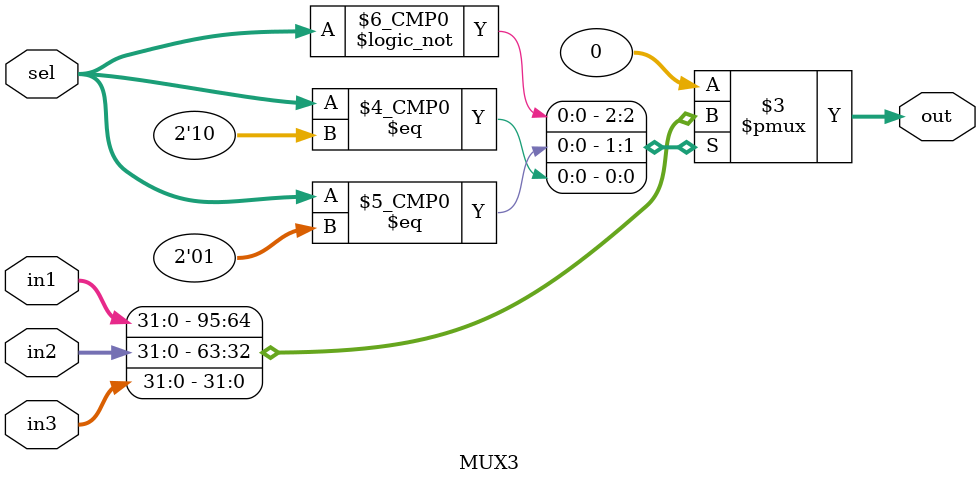
<source format=v>
module MUX3 (
    input [1:0] sel,
    input [31:0] in1,
    in2,
    in3,
    output reg [31:0] out
);
  always @(sel, in1, in2, in3) begin
    out = 0;
    case (sel)
      2'b00: out = in1;
      2'b01: out = in2;
      2'b10: out = in3;
    endcase
  end
endmodule

</source>
